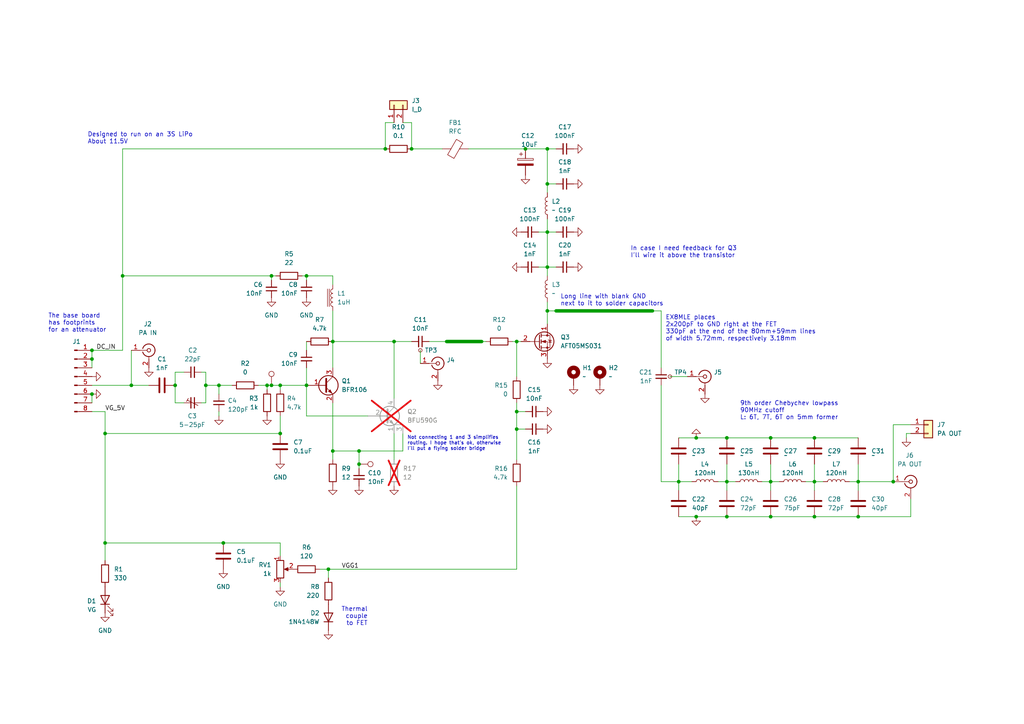
<source format=kicad_sch>
(kicad_sch (version 20230121) (generator eeschema)
  (paper "A4")
  (title_block (title "DART-70 PA") (date "2024-01-23") (rev "0") (company "HB9EGM") (comment 1 "With AFT05MS031N") (comment 2 "Inspired by EX8MLE's design for RFzero"))
  (lib_symbols
    (symbol "Connector:Conn_01x08_Pin" (pin_names (offset 1.016) hide)
      (property "Reference" "J" (at 0 10.16 0))
      (property "Value" "Conn_01x08_Pin" (at 0 -12.7 0))
      (symbol "Conn_01x08_Pin_1_1"
        (polyline (pts (xy 1.27 -10.16) (xy 0.8636 -10.16)) (stroke (width 0.1524)))
        (polyline (pts (xy 1.27 -7.62) (xy 0.8636 -7.62)) (stroke (width 0.1524)))
        (polyline (pts (xy 1.27 -5.08) (xy 0.8636 -5.08)) (stroke (width 0.1524)))
        (polyline (pts (xy 1.27 -2.54) (xy 0.8636 -2.54)) (stroke (width 0.1524)))
        (polyline (pts (xy 1.27 0) (xy 0.8636 0)) (stroke (width 0.1524)))
        (polyline (pts (xy 1.27 2.54) (xy 0.8636 2.54)) (stroke (width 0.1524)))
        (polyline (pts (xy 1.27 5.08) (xy 0.8636 5.08)) (stroke (width 0.1524)))
        (polyline (pts (xy 1.27 7.62) (xy 0.8636 7.62)) (stroke (width 0.1524)))
        (rectangle (start 0.8636 -10.033) (end 0 -10.287) (stroke (width 0.1524)) (fill (type outline)))
        (rectangle (start 0.8636 -7.493) (end 0 -7.747) (stroke (width 0.1524)) (fill (type outline)))
        (rectangle (start 0.8636 -4.953) (end 0 -5.207) (stroke (width 0.1524)) (fill (type outline)))
        (rectangle (start 0.8636 -2.413) (end 0 -2.667) (stroke (width 0.1524)) (fill (type outline)))
        (rectangle (start 0.8636 0.127) (end 0 -0.127) (stroke (width 0.1524)) (fill (type outline)))
        (rectangle (start 0.8636 2.667) (end 0 2.413) (stroke (width 0.1524)) (fill (type outline)))
        (rectangle (start 0.8636 5.207) (end 0 4.953) (stroke (width 0.1524)) (fill (type outline)))
        (rectangle (start 0.8636 7.747) (end 0 7.493) (stroke (width 0.1524)) (fill (type outline)))
        (pin passive line (at 5.08 7.62 180) (length 3.81) (name "Pin_1") (number "1"))
        (pin passive line (at 5.08 5.08 180) (length 3.81) (name "Pin_2") (number "2"))
        (pin passive line (at 5.08 2.54 180) (length 3.81) (name "Pin_3") (number "3"))
        (pin passive line (at 5.08 0 180) (length 3.81) (name "Pin_4") (number "4"))
        (pin passive line (at 5.08 -2.54 180) (length 3.81) (name "Pin_5") (number "5"))
        (pin passive line (at 5.08 -5.08 180) (length 3.81) (name "Pin_6") (number "6"))
        (pin passive line (at 5.08 -7.62 180) (length 3.81) (name "Pin_7") (number "7"))
        (pin passive line (at 5.08 -10.16 180) (length 3.81) (name "Pin_8") (number "8"))
      )
    )
    (symbol "Connector:Conn_Coaxial" (pin_names (offset 1.016) hide)
      (property "Reference" "J" (at 0.254 3.048 0))
      (property "Value" "Conn_Coaxial" (at 2.921 0 90))
      (symbol "Conn_Coaxial_0_1"
        (arc (start -1.778 -0.508) (mid 0.222 -1.808) (end 1.778 0) (stroke (width 0.254)))
        (polyline (pts (xy -2.54 0) (xy -0.508 0)))
        (polyline (pts (xy 0 -2.54) (xy 0 -1.778)))
        (circle (center 0 0) (radius 0.508) (stroke (width 0.2032)))
        (arc (start 1.778 0) (mid 0.2221 1.8083) (end -1.778 0.508) (stroke (width 0.254)))
      )
      (symbol "Conn_Coaxial_1_1"
        (pin passive line (at -5.08 0 0) (length 2.54) (name "In") (number "1"))
        (pin passive line (at 0 -5.08 90) (length 2.54) (name "Ext") (number "2"))
      )
    )
    (symbol "Connector:TestPoint" (pin_numbers hide) (pin_names (offset 0.762) hide)
      (property "Reference" "TP" (at 0 6.858 0))
      (property "Value" "TestPoint" (at 0 5.08 0))
      (symbol "TestPoint_0_1"
        (circle (center 0 3.302) (radius 0.762))
      )
      (symbol "TestPoint_1_1"
        (pin passive line (at 0 0 90) (length 2.54) (name "1") (number "1"))
      )
    )
    (symbol "Connector:TestPoint_Small" (pin_numbers hide) (pin_names (offset 0.762) hide)
      (property "Reference" "TP" (at 0 3.81 0))
      (property "Value" "TestPoint_Small" (at 0 2.032 0))
      (symbol "TestPoint_Small_0_1"
        (circle (center 0 0) (radius 0.508))
      )
      (symbol "TestPoint_Small_1_1"
        (pin passive line (at 0 0 90) (length 0) (name "1") (number "1"))
      )
    )
    (symbol "Connector_Generic:Conn_01x02" (pin_names (offset 1.016) hide)
      (property "Reference" "J" (at 0 2.54 0))
      (property "Value" "Conn_01x02" (at 0 -5.08 0))
      (symbol "Conn_01x02_1_1"
        (rectangle (start -1.27 -2.413) (end 0 -2.667) (stroke (width 0.1524)))
        (rectangle (start -1.27 0.127) (end 0 -0.127) (stroke (width 0.1524)))
        (rectangle (start -1.27 1.27) (end 1.27 -3.81) (stroke (width 0.254)) (fill (type background)))
        (pin passive line (at -5.08 0 0) (length 3.81) (name "Pin_1") (number "1"))
        (pin passive line (at -5.08 -2.54 0) (length 3.81) (name "Pin_2") (number "2"))
      )
    )
    (symbol "Device:C" (pin_numbers hide) (pin_names (offset 0.254))
      (property "Reference" "C" (at 0.635 2.54 0))
      (property "Value" "C" (at 0.635 -2.54 0))
      (symbol "C_0_1"
        (polyline (pts (xy -2.032 -0.762) (xy 2.032 -0.762)) (stroke (width 0.508)))
        (polyline (pts (xy -2.032 0.762) (xy 2.032 0.762)) (stroke (width 0.508)))
      )
      (symbol "C_1_1"
        (pin passive line (at 0 3.81 270) (length 2.794) (name "~") (number "1"))
        (pin passive line (at 0 -3.81 90) (length 2.794) (name "~") (number "2"))
      )
    )
    (symbol "Device:C_Polarized" (pin_numbers hide) (pin_names (offset 0.254))
      (property "Reference" "C" (at 0.635 2.54 0))
      (property "Value" "C_Polarized" (at 0.635 -2.54 0))
      (symbol "C_Polarized_0_1"
        (rectangle (start -2.286 0.508) (end 2.286 1.016))
        (polyline (pts (xy -1.778 2.286) (xy -0.762 2.286)))
        (polyline (pts (xy -1.27 2.794) (xy -1.27 1.778)))
        (rectangle (start 2.286 -0.508) (end -2.286 -1.016) (fill (type outline)))
      )
      (symbol "C_Polarized_1_1"
        (pin passive line (at 0 3.81 270) (length 2.794) (name "~") (number "1"))
        (pin passive line (at 0 -3.81 90) (length 2.794) (name "~") (number "2"))
      )
    )
    (symbol "Device:C_Small" (pin_numbers hide) (pin_names (offset 0.254) hide)
      (property "Reference" "C" (at 0.254 1.778 0))
      (property "Value" "C_Small" (at 0.254 -2.032 0))
      (symbol "C_Small_0_1"
        (polyline (pts (xy -1.524 -0.508) (xy 1.524 -0.508)) (stroke (width 0.3302)))
        (polyline (pts (xy -1.524 0.508) (xy 1.524 0.508)) (stroke (width 0.3048)))
      )
      (symbol "C_Small_1_1"
        (pin passive line (at 0 2.54 270) (length 2.032) (name "~") (number "1"))
        (pin passive line (at 0 -2.54 90) (length 2.032) (name "~") (number "2"))
      )
    )
    (symbol "Device:C_Trim_Small" (pin_numbers hide) (pin_names (offset 0.254) hide)
      (property "Reference" "C" (at 1.524 -2.032 0))
      (property "Value" "C_Trim_Small" (at 3.048 -3.556 0))
      (symbol "C_Trim_Small_0_1"
        (polyline (pts (xy -1.524 -0.508) (xy 1.524 -0.508)) (stroke (width 0.3048)))
        (polyline (pts (xy -1.524 0.508) (xy 1.524 0.508)) (stroke (width 0.3048)))
        (polyline (pts (xy 0.762 1.524) (xy -0.762 -1.524)) (stroke (width 0.1778)))
        (polyline (pts (xy 1.27 1.27) (xy 0.381 1.778)) (stroke (width 0.1778)))
      )
      (symbol "C_Trim_Small_1_1"
        (pin passive line (at 0 2.54 270) (length 2.032) (name "~") (number "1"))
        (pin passive line (at 0 -2.54 90) (length 2.032) (name "~") (number "2"))
      )
    )
    (symbol "Device:FerriteBead" (pin_numbers hide) (pin_names (offset 0))
      (property "Reference" "FB" (at -3.81 0.635 90))
      (property "Value" "FerriteBead" (at 3.81 0 90))
      (symbol "FerriteBead_0_1"
        (polyline (pts (xy 0 -1.27) (xy 0 -1.2192)))
        (polyline (pts (xy 0 1.27) (xy 0 1.2954)))
        (polyline (pts (xy -2.7686 0.4064) (xy -1.7018 2.2606) (xy 2.7686 -0.3048) (xy 1.6764 -2.159) (xy -2.7686 0.4064)))
      )
      (symbol "FerriteBead_1_1"
        (pin passive line (at 0 3.81 270) (length 2.54) (name "~") (number "1"))
        (pin passive line (at 0 -3.81 90) (length 2.54) (name "~") (number "2"))
      )
    )
    (symbol "Device:L" (pin_numbers hide) (pin_names (offset 1.016) hide)
      (property "Reference" "L" (at -1.27 0 90))
      (property "Value" "L" (at 1.905 0 90))
      (symbol "L_0_1"
        (arc (start 0 -2.54) (mid 0.6323 -1.905) (end 0 -1.27))
        (arc (start 0 -1.27) (mid 0.6323 -0.635) (end 0 0))
        (arc (start 0 0) (mid 0.6323 0.635) (end 0 1.27))
        (arc (start 0 1.27) (mid 0.6323 1.905) (end 0 2.54))
      )
      (symbol "L_1_1"
        (pin passive line (at 0 3.81 270) (length 1.27) (name "1") (number "1"))
        (pin passive line (at 0 -3.81 90) (length 1.27) (name "2") (number "2"))
      )
    )
    (symbol "Device:LED" (pin_numbers hide) (pin_names (offset 1.016) hide)
      (property "Reference" "D" (at 0 2.54 0))
      (property "Value" "LED" (at 0 -2.54 0))
      (symbol "LED_0_1"
        (polyline (pts (xy -1.27 -1.27) (xy -1.27 1.27)) (stroke (width 0.254)))
        (polyline (pts (xy -1.27 0) (xy 1.27 0)))
        (polyline (pts (xy 1.27 -1.27) (xy 1.27 1.27) (xy -1.27 0) (xy 1.27 -1.27)) (stroke (width 0.254)))
        (polyline (pts (xy -3.048 -0.762) (xy -4.572 -2.286) (xy -3.81 -2.286) (xy -4.572 -2.286) (xy -4.572 -1.524)))
        (polyline (pts (xy -1.778 -0.762) (xy -3.302 -2.286) (xy -2.54 -2.286) (xy -3.302 -2.286) (xy -3.302 -1.524)))
      )
      (symbol "LED_1_1"
        (pin passive line (at -3.81 0 0) (length 2.54) (name "K") (number "1"))
        (pin passive line (at 3.81 0 180) (length 2.54) (name "A") (number "2"))
      )
    )
    (symbol "Device:L_Iron" (pin_numbers hide) (pin_names (offset 1.016) hide)
      (property "Reference" "L" (at -1.27 0 90))
      (property "Value" "L_Iron" (at 2.794 0 90))
      (symbol "L_Iron_0_1"
        (arc (start 0 -2.54) (mid 0.6323 -1.905) (end 0 -1.27))
        (arc (start 0 -1.27) (mid 0.6323 -0.635) (end 0 0))
        (polyline (pts (xy 1.016 2.54) (xy 1.016 -2.54)))
        (polyline (pts (xy 1.524 -2.54) (xy 1.524 2.54)))
        (arc (start 0 0) (mid 0.6323 0.635) (end 0 1.27))
        (arc (start 0 1.27) (mid 0.6323 1.905) (end 0 2.54))
      )
      (symbol "L_Iron_1_1"
        (pin passive line (at 0 3.81 270) (length 1.27) (name "1") (number "1"))
        (pin passive line (at 0 -3.81 90) (length 1.27) (name "2") (number "2"))
      )
    )
    (symbol "Device:Q_NMOS_DGS" (pin_names (offset 0) hide)
      (property "Reference" "Q" (at 5.08 1.27 0))
      (property "Value" "Q_NMOS_DGS" (at 5.08 -1.27 0))
      (symbol "Q_NMOS_DGS_0_1"
        (polyline (pts (xy 0.254 0) (xy -2.54 0)))
        (polyline (pts (xy 0.254 1.905) (xy 0.254 -1.905)) (stroke (width 0.254)))
        (polyline (pts (xy 0.762 -1.27) (xy 0.762 -2.286)) (stroke (width 0.254)))
        (polyline (pts (xy 0.762 0.508) (xy 0.762 -0.508)) (stroke (width 0.254)))
        (polyline (pts (xy 0.762 2.286) (xy 0.762 1.27)) (stroke (width 0.254)))
        (polyline (pts (xy 2.54 2.54) (xy 2.54 1.778)))
        (polyline (pts (xy 2.54 -2.54) (xy 2.54 0) (xy 0.762 0)))
        (polyline (pts (xy 0.762 -1.778) (xy 3.302 -1.778) (xy 3.302 1.778) (xy 0.762 1.778)))
        (polyline (pts (xy 1.016 0) (xy 2.032 0.381) (xy 2.032 -0.381) (xy 1.016 0)) (fill (type outline)))
        (polyline (pts (xy 2.794 0.508) (xy 2.921 0.381) (xy 3.683 0.381) (xy 3.81 0.254)))
        (polyline (pts (xy 3.302 0.381) (xy 2.921 -0.254) (xy 3.683 -0.254) (xy 3.302 0.381)))
        (circle (center 1.651 0) (radius 2.794) (stroke (width 0.254)))
        (circle (center 2.54 -1.778) (radius 0.254) (fill (type outline)))
        (circle (center 2.54 1.778) (radius 0.254) (fill (type outline)))
      )
      (symbol "Q_NMOS_DGS_1_1"
        (pin passive line (at 2.54 5.08 270) (length 2.54) (name "D") (number "1"))
        (pin input line (at -5.08 0 0) (length 2.54) (name "G") (number "2"))
        (pin passive line (at 2.54 -5.08 90) (length 2.54) (name "S") (number "3"))
      )
    )
    (symbol "Device:R" (pin_numbers hide) (pin_names (offset 0))
      (property "Reference" "R" (at 2.032 0 90))
      (property "Value" "R" (at 0 0 90))
      (symbol "R_0_1"
        (rectangle (start -1.016 -2.54) (end 1.016 2.54) (stroke (width 0.254)))
      )
      (symbol "R_1_1"
        (pin passive line (at 0 3.81 270) (length 1.27) (name "~") (number "1"))
        (pin passive line (at 0 -3.81 90) (length 1.27) (name "~") (number "2"))
      )
    )
    (symbol "Device:R_Potentiometer" (pin_names (offset 1.016) hide)
      (property "Reference" "RV" (at -4.445 0 90))
      (property "Value" "R_Potentiometer" (at -2.54 0 90))
      (symbol "R_Potentiometer_0_1"
        (polyline (pts (xy 2.54 0) (xy 1.524 0)))
        (polyline (pts (xy 1.143 0) (xy 2.286 0.508) (xy 2.286 -0.508) (xy 1.143 0)) (fill (type outline)))
        (rectangle (start 1.016 2.54) (end -1.016 -2.54) (stroke (width 0.254)))
      )
      (symbol "R_Potentiometer_1_1"
        (pin passive line (at 0 3.81 270) (length 1.27) (name "1") (number "1"))
        (pin passive line (at 3.81 0 180) (length 1.27) (name "2") (number "2"))
        (pin passive line (at 0 -3.81 90) (length 1.27) (name "3") (number "3"))
      )
    )
    (symbol "Diode:1N4148W" (pin_numbers hide) (pin_names hide)
      (property "Reference" "D" (at 0 2.54 0))
      (property "Value" "1N4148W" (at 0 -2.54 0))
      (symbol "1N4148W_0_1"
        (polyline (pts (xy -1.27 1.27) (xy -1.27 -1.27)) (stroke (width 0.254)))
        (polyline (pts (xy 1.27 0) (xy -1.27 0)))
        (polyline (pts (xy 1.27 1.27) (xy 1.27 -1.27) (xy -1.27 0) (xy 1.27 1.27)) (stroke (width 0.254)))
      )
      (symbol "1N4148W_1_1"
        (pin passive line (at -3.81 0 0) (length 2.54) (name "K") (number "1"))
        (pin passive line (at 3.81 0 180) (length 2.54) (name "A") (number "2"))
      )
    )
    (symbol "Mechanical:MountingHole_Pad" (pin_numbers hide) (pin_names (offset 1.016) hide)
      (property "Reference" "H" (at 0 6.35 0))
      (property "Value" "MountingHole_Pad" (at 0 4.445 0))
      (symbol "MountingHole_Pad_0_1"
        (circle (center 0 1.27) (radius 1.27) (stroke (width 1.27)))
      )
      (symbol "MountingHole_Pad_1_1"
        (pin input line (at 0 -2.54 90) (length 2.54) (name "1") (number "1"))
      )
    )
    (symbol "Transistor_BJT:MMBT3904" (pin_names (offset 0) hide)
      (property "Reference" "Q" (at 5.08 1.905 0))
      (property "Value" "MMBT3904" (at 5.08 0 0))
      (symbol "MMBT3904_0_1"
        (polyline (pts (xy 0.635 0.635) (xy 2.54 2.54)))
        (polyline (pts (xy 0.635 -0.635) (xy 2.54 -2.54) (xy 2.54 -2.54)))
        (polyline (pts (xy 0.635 1.905) (xy 0.635 -1.905) (xy 0.635 -1.905)) (stroke (width 0.508)))
        (polyline (pts (xy 1.27 -1.778) (xy 1.778 -1.27) (xy 2.286 -2.286) (xy 1.27 -1.778) (xy 1.27 -1.778)) (fill (type outline)))
        (circle (center 1.27 0) (radius 2.8194) (stroke (width 0.254)))
      )
      (symbol "MMBT3904_1_1"
        (pin input line (at -5.08 0 0) (length 5.715) (name "B") (number "1"))
        (pin passive line (at 2.54 -5.08 90) (length 2.54) (name "E") (number "2"))
        (pin passive line (at 2.54 5.08 270) (length 2.54) (name "C") (number "3"))
      )
    )
    (symbol "mpb:BFU590G" (pin_names (offset 0) hide)
      (property "Reference" "Q" (at 5.08 1.27 0))
      (property "Value" "BFU590G" (at 5.08 -1.27 0))
      (symbol "BFU590G_0_1"
        (polyline (pts (xy 0.635 0.635) (xy 2.54 2.54)))
        (polyline (pts (xy 2.54 -2.54) (xy 5.08 -2.54)))
        (polyline (pts (xy 0.635 -0.635) (xy 2.54 -2.54) (xy 2.54 -2.54)))
        (polyline (pts (xy 0.635 1.905) (xy 0.635 -1.905) (xy 0.635 -1.905)) (stroke (width 0.508)))
        (polyline (pts (xy 1.27 -1.778) (xy 1.778 -1.27) (xy 2.286 -2.286) (xy 1.27 -1.778) (xy 1.27 -1.778)) (fill (type outline)))
        (circle (center 1.27 0) (radius 2.8194) (stroke (width 0.254)))
      )
      (symbol "BFU590G_1_1"
        (pin passive line (at 2.54 -5.08 90) (length 2.54) (name "E") (number "1"))
        (pin input line (at -5.08 0 0) (length 5.715) (name "B") (number "2"))
        (pin passive line (at 5.08 -5.08 90) (length 2.54) (name "C") (number "3"))
        (pin passive line (at 2.54 5.08 270) (length 2.54) (name "C") (number "4"))
      )
    )
    (symbol "power:GND" (power) (pin_names (offset 0))
      (property "Value" "GND" (at 0 -3.81 0))
      (symbol "GND_0_1"
        (polyline (pts (xy 0 0) (xy 0 -1.27) (xy 1.27 -1.27) (xy 0 -2.54) (xy -1.27 -1.27) (xy 0 -1.27)))
      )
      (symbol "GND_1_1"
        (pin power_in line (at 0 0 270) (length 0) hide (name "GND") (number "1"))
      )
    )
  )
  (junction (at 259.08 139.7))
  (junction (at 248.92 139.7))
  (junction (at 77.47 111.76))
  (junction (at 104.14 134.62))
  (junction (at 152.4 43.18))
  (junction (at 223.52 127))
  (junction (at 30.48 125.73))
  (junction (at 26.67 104.14))
  (junction (at 119.38 43.18))
  (junction (at 95.25 165.1))
  (junction (at 81.28 125.73))
  (junction (at 26.67 114.3))
  (junction (at 35.56 80.01))
  (junction (at 149.86 99.06))
  (junction (at 64.77 157.48))
  (junction (at 26.67 101.6))
  (junction (at 88.9 80.01))
  (junction (at 196.85 139.7))
  (junction (at 236.22 149.86))
  (junction (at 30.48 157.48))
  (junction (at 158.75 67.31))
  (junction (at 223.52 149.86))
  (junction (at 78.74 111.76))
  (junction (at 114.3 99.06))
  (junction (at 50.8 111.76))
  (junction (at 96.52 130.81))
  (junction (at 88.9 111.76))
  (junction (at 158.75 90.17))
  (junction (at 236.22 139.7))
  (junction (at 149.86 119.38))
  (junction (at 59.69 111.76))
  (junction (at 96.52 99.06))
  (junction (at 81.28 111.76))
  (junction (at 158.75 43.18))
  (junction (at 201.93 149.86))
  (junction (at 158.75 53.34))
  (junction (at 210.82 127))
  (junction (at 223.52 139.7))
  (junction (at 38.1 111.76))
  (junction (at 63.5 111.76))
  (junction (at 149.86 124.46))
  (junction (at 236.22 127))
  (junction (at 210.82 139.7))
  (junction (at 78.74 80.01))
  (junction (at 111.76 43.18))
  (junction (at 104.14 130.81))
  (junction (at 158.75 77.47))
  (junction (at 201.93 127))
  (junction (at 210.82 149.86))
  (junction (at 248.92 149.86))
  (wire (pts (xy 208.28 139.7) (xy 210.82 139.7)))
  (wire (pts (xy 78.74 111.76) (xy 81.28 111.76)))
  (wire (pts (xy 114.3 99.06) (xy 119.38 99.06)))
  (wire (pts (xy 223.52 134.62) (xy 223.52 139.7)))
  (wire (pts (xy 87.63 80.01) (xy 88.9 80.01)))
  (wire (pts (xy 201.93 149.86) (xy 210.82 149.86)))
  (wire (pts (xy 149.86 99.06) (xy 151.13 99.06)))
  (wire (pts (xy 59.69 111.76) (xy 59.69 116.84)))
  (wire (pts (xy 26.67 114.3) (xy 26.67 116.84)))
  (wire (pts (xy 262.89 127) (xy 262.89 125.73)))
  (wire (pts (xy 210.82 134.62) (xy 210.82 139.7)))
  (wire (pts (xy 259.08 139.7) (xy 259.08 123.19)))
  (wire (pts (xy 81.28 120.65) (xy 81.28 125.73)))
  (wire (pts (xy 35.56 43.18) (xy 35.56 80.01)))
  (wire (pts (xy 35.56 80.01) (xy 78.74 80.01)))
  (wire (pts (xy 248.92 142.24) (xy 248.92 139.7)))
  (wire (pts (xy 88.9 106.68) (xy 88.9 111.76)))
  (wire (pts (xy 161.29 67.31) (xy 158.75 67.31)))
  (wire (pts (xy 158.75 90.17) (xy 161.29 90.17)))
  (wire (pts (xy 111.76 43.18) (xy 111.76 35.56)))
  (wire (pts (xy 77.47 111.76) (xy 77.47 113.03)))
  (wire (pts (xy 111.76 35.56) (xy 114.3 35.56)))
  (wire (pts (xy 30.48 125.73) (xy 30.48 157.48)))
  (wire (pts (xy 259.08 123.19) (xy 264.16 123.19)))
  (wire (pts (xy 149.86 165.1) (xy 149.86 140.97)))
  (wire (pts (xy 114.3 125.73) (xy 114.3 133.35)))
  (wire (pts (xy 264.16 149.86) (xy 264.16 144.78)))
  (wire (pts (xy 191.77 106.68) (xy 191.77 90.17)))
  (wire (pts (xy 30.48 119.38) (xy 30.48 125.73)))
  (wire (pts (xy 196.85 134.62) (xy 196.85 139.7)))
  (wire (pts (xy 210.82 127) (xy 223.52 127)))
  (wire (pts (xy 236.22 149.86) (xy 248.92 149.86)))
  (wire (pts (xy 149.86 99.06) (xy 149.86 109.22)))
  (wire (pts (xy 149.86 133.35) (xy 149.86 124.46)))
  (wire (pts (xy 246.38 139.7) (xy 248.92 139.7)))
  (wire (pts (xy 88.9 120.65) (xy 106.68 120.65)))
  (wire (pts (xy 26.67 101.6) (xy 35.56 101.6)))
  (wire (pts (xy 30.48 157.48) (xy 64.77 157.48)))
  (wire (pts (xy 148.59 99.06) (xy 149.86 99.06)))
  (wire (pts (xy 191.77 139.7) (xy 196.85 139.7)))
  (wire (pts (xy 119.38 35.56) (xy 119.38 43.18)))
  (wire (pts (xy 30.48 125.73) (xy 81.28 125.73)))
  (wire (pts (xy 236.22 134.62) (xy 236.22 139.7)))
  (wire (pts (xy 158.75 53.34) (xy 158.75 55.88)))
  (wire (pts (xy 96.52 99.06) (xy 96.52 106.68)))
  (wire (pts (xy 78.74 80.01) (xy 80.01 80.01)))
  (wire (pts (xy 81.28 161.29) (xy 81.28 157.48)))
  (wire (pts (xy 35.56 43.18) (xy 111.76 43.18)))
  (wire (pts (xy 58.42 107.95) (xy 59.69 107.95)))
  (wire (pts (xy 158.75 43.18) (xy 161.29 43.18)))
  (wire (pts (xy 26.67 101.6) (xy 26.67 104.14)))
  (wire (pts (xy 149.86 119.38) (xy 149.86 124.46)))
  (wire (pts (xy 88.9 120.65) (xy 88.9 111.76)))
  (wire (pts (xy 156.21 77.47) (xy 158.75 77.47)))
  (wire (pts (xy 149.86 124.46) (xy 152.4 124.46)))
  (wire (pts (xy 248.92 134.62) (xy 248.92 139.7)))
  (wire (pts (xy 201.93 127) (xy 210.82 127)))
  (wire (pts (xy 233.68 139.7) (xy 236.22 139.7)))
  (wire (pts (xy 158.75 43.18) (xy 158.75 53.34)))
  (wire (pts (xy 53.34 107.95) (xy 50.8 107.95)))
  (wire (pts (xy 104.14 130.81) (xy 116.84 130.81)))
  (wire (pts (xy 223.52 149.86) (xy 236.22 149.86)))
  (wire (pts (xy 158.75 53.34) (xy 161.29 53.34)))
  (wire (pts (xy 248.92 139.7) (xy 259.08 139.7)))
  (wire (pts (xy 88.9 81.28) (xy 88.9 80.01)))
  (wire (pts (xy 223.52 127) (xy 236.22 127)))
  (wire (pts (xy 26.67 111.76) (xy 38.1 111.76)))
  (wire (pts (xy 77.47 111.76) (xy 78.74 111.76)))
  (wire (pts (xy 121.92 101.6) (xy 121.92 105.41)))
  (wire (pts (xy 114.3 99.06) (xy 114.3 115.57)))
  (wire (pts (xy 38.1 111.76) (xy 43.18 111.76)))
  (wire (pts (xy 158.75 67.31) (xy 158.75 77.47)))
  (wire (pts (xy 116.84 35.56) (xy 119.38 35.56)))
  (wire (pts (xy 96.52 130.81) (xy 96.52 116.84)))
  (wire (pts (xy 196.85 139.7) (xy 200.66 139.7)))
  (wire (pts (xy 139.7 99.06) (xy 140.97 99.06)))
  (wire (pts (xy 248.92 149.86) (xy 264.16 149.86)))
  (wire (pts (xy 30.48 157.48) (xy 30.48 162.56)))
  (wire (pts (xy 223.52 139.7) (xy 226.06 139.7)))
  (wire (pts (xy 96.52 90.17) (xy 96.52 99.06)))
  (wire (pts (xy 74.93 111.76) (xy 77.47 111.76)))
  (wire (pts (xy 26.67 104.14) (xy 26.67 106.68)))
  (wire (pts (xy 236.22 142.24) (xy 236.22 139.7)))
  (wire (pts (xy 104.14 130.81) (xy 104.14 134.62)))
  (wire (pts (xy 35.56 101.6) (xy 35.56 80.01)))
  (wire (pts (xy 124.46 99.06) (xy 129.54 99.06)))
  (wire (pts (xy 158.75 77.47) (xy 158.75 80.01)))
  (wire (pts (xy 104.14 130.81) (xy 96.52 130.81)))
  (wire (pts (xy 210.82 139.7) (xy 213.36 139.7)))
  (wire (pts (xy 38.1 101.6) (xy 38.1 111.76)))
  (wire (pts (xy 81.28 111.76) (xy 81.28 113.03)))
  (wire (pts (xy 50.8 107.95) (xy 50.8 111.76)))
  (wire (pts (xy 59.69 107.95) (xy 59.69 111.76)))
  (wire (pts (xy 189.23 90.17) (xy 191.77 90.17)))
  (wire (pts (xy 223.52 142.24) (xy 223.52 139.7)))
  (wire (pts (xy 196.85 149.86) (xy 201.93 149.86)))
  (wire (pts (xy 78.74 81.28) (xy 78.74 80.01)))
  (wire (pts (xy 129.54 99.06) (xy 139.7 99.06)) (stroke (width 1)))
  (wire (pts (xy 88.9 80.01) (xy 96.52 80.01)))
  (wire (pts (xy 50.8 116.84) (xy 50.8 111.76)))
  (wire (pts (xy 158.75 63.5) (xy 158.75 67.31)))
  (wire (pts (xy 135.89 43.18) (xy 152.4 43.18)))
  (wire (pts (xy 196.85 142.24) (xy 196.85 139.7)))
  (wire (pts (xy 104.14 135.89) (xy 104.14 134.62)))
  (wire (pts (xy 53.34 116.84) (xy 50.8 116.84)))
  (wire (pts (xy 63.5 111.76) (xy 67.31 111.76)))
  (wire (pts (xy 149.86 119.38) (xy 152.4 119.38)))
  (wire (pts (xy 95.25 165.1) (xy 149.86 165.1)))
  (wire (pts (xy 149.86 116.84) (xy 149.86 119.38)))
  (wire (pts (xy 96.52 130.81) (xy 96.52 133.35)))
  (wire (pts (xy 152.4 43.18) (xy 158.75 43.18)))
  (wire (pts (xy 119.38 43.18) (xy 128.27 43.18)))
  (wire (pts (xy 196.85 127) (xy 201.93 127)))
  (wire (pts (xy 95.25 167.64) (xy 95.25 165.1)))
  (wire (pts (xy 81.28 111.76) (xy 88.9 111.76)))
  (wire (pts (xy 161.29 90.17) (xy 189.23 90.17)) (stroke (width 1)))
  (wire (pts (xy 156.21 67.31) (xy 158.75 67.31)))
  (wire (pts (xy 262.89 125.73) (xy 264.16 125.73)))
  (wire (pts (xy 88.9 99.06) (xy 88.9 101.6)))
  (wire (pts (xy 236.22 127) (xy 248.92 127)))
  (wire (pts (xy 63.5 119.38) (xy 63.5 120.65)))
  (wire (pts (xy 96.52 99.06) (xy 114.3 99.06)))
  (wire (pts (xy 161.29 77.47) (xy 158.75 77.47)))
  (wire (pts (xy 116.84 130.81) (xy 116.84 125.73)))
  (wire (pts (xy 158.75 90.17) (xy 158.75 93.98)))
  (wire (pts (xy 81.28 157.48) (xy 64.77 157.48)))
  (wire (pts (xy 210.82 142.24) (xy 210.82 139.7)))
  (wire (pts (xy 236.22 139.7) (xy 238.76 139.7)))
  (wire (pts (xy 59.69 116.84) (xy 58.42 116.84)))
  (wire (pts (xy 81.28 170.18) (xy 81.28 168.91)))
  (wire (pts (xy 96.52 80.01) (xy 96.52 82.55)))
  (wire (pts (xy 158.75 87.63) (xy 158.75 90.17)))
  (wire (pts (xy 59.69 111.76) (xy 63.5 111.76)))
  (wire (pts (xy 63.5 111.76) (xy 63.5 114.3)))
  (wire (pts (xy 220.98 139.7) (xy 223.52 139.7)))
  (wire (pts (xy 191.77 111.76) (xy 191.77 139.7)))
  (wire (pts (xy 30.48 119.38) (xy 26.67 119.38)))
  (wire (pts (xy 210.82 149.86) (xy 223.52 149.86)))
  (wire (pts (xy 95.25 165.1) (xy 92.71 165.1)))
  (wire (pts (xy 199.39 109.22) (xy 194.31 109.22)))
  (text "EX8MLE places\n2x200pF to GND right at the FET\n330pF at the end of the 80mm+59mm lines\nof width 5.72mm, respectively 3.18mm" (at 193.04 99.06 0) (effects (font (size 1.27 1.27)) (justify left bottom)))
  (text "Designed to run on an 3S LiPo\nAbout 11.5V" (at 25.4 41.91 0) (effects (font (size 1.27 1.27)) (justify left bottom)))
  (text "The base board\nhas footprints\nfor an attenuator" (at 13.97 96.52 0) (effects (font (size 1.27 1.27)) (justify left bottom)))
  (text "Not connecting 1 and 3 simplifies\nrouting. I hope that's ok, otherwise\nI'll put a flying solder bridge" (at 118.11 130.81 0) (effects (font (size 1 1)) (justify left bottom)))
  (text "Long line with blank GND\nnext to it to solder capacitors" (at 162.56 88.9 0) (effects (font (size 1.27 1.27)) (justify left bottom)))
  (text "Thermal\ncouple\nto FET" (at 106.68 181.61 0) (effects (font (size 1.27 1.27)) (justify right bottom)))
  (text "9th order Chebychev lowpass\n90MHz cutoff\nL: 6T, 7T, 6T on 5mm former" (at 214.63 121.92 0) (effects (font (size 1.27 1.27)) (justify left bottom)))
  (text "In case I need feedback for Q3\nI'll wire it above the transistor" (at 182.88 74.93 0) (effects (font (size 1.27 1.27)) (justify left bottom)))
  (label "VGG1" (at 99.06 165.1 0))
  (label "VG_5V" (at 30.48 119.38 0))
  (label "DC_IN" (at 27.94 101.6 0))
  (symbol (lib_id "power:GND") (at 81.28 133.35 0) (unit 1)
    (property "Reference" "#PWR09" (effects hide))
    (property "Value" "GND" (at 81.28 138.43 0))
  )
  (symbol (lib_id "power:GND") (at 30.48 177.8 0) (unit 1)
    (property "Reference" "#PWR03" (effects hide))
    (property "Value" "GND" (at 30.48 182.88 0))
  )
  (symbol (lib_id "power:GND") (at 166.37 111.76 0) (unit 1)
    (property "Reference" "#PWR029" (effects hide))
    (property "Value" "GND" (effects hide))
  )
  (symbol (lib_id "power:GND") (at 127 110.49 0) (unit 1)
    (property "Reference" "#PWR015" (effects hide))
    (property "Value" "GND" (effects hide))
  )
  (symbol (lib_id "power:GND") (at 114.3 140.97 0) (unit 1)
    (property "Reference" "#PWR031" (effects hide))
    (property "Value" "GND" (effects hide))
  )
  (symbol (lib_id "Device:C") (at 236.22 130.81 0) (unit 1)
    (property "Reference" "C29" (at 240.03 130.81 0) (effects (justify left)))
    (property "Value" "~" (at 240.03 132.08 0) (effects (justify left)))
    (property "Footprint" "Capacitor_SMD:C_0805_2012Metric_Pad1.18x1.45mm_HandSolder" (effects hide))
    (property "Need_order" "0" (effects hide))
  )
  (symbol (lib_id "power:GND") (at 26.67 109.22 90) (unit 1)
    (property "Reference" "#PWR01" (effects hide))
    (property "Value" "GND" (effects hide))
  )
  (symbol (lib_id "Device:C_Small") (at 153.67 77.47 270) (unit 1)
    (property "Reference" "C14" (at 153.6636 71.12 90))
    (property "Value" "1nF" (at 153.6636 73.66 90))
    (property "Footprint" "Capacitor_SMD:C_0805_2012Metric_Pad1.18x1.45mm_HandSolder" (effects hide))
    (property "MPN" "885612007040/VJ0805A102GXXPW1BC" (effects hide))
    (property "Need_order" "0" (effects hide))
  )
  (symbol (lib_id "power:GND") (at 96.52 140.97 0) (unit 1)
    (property "Reference" "#PWR013" (effects hide))
    (property "Value" "GND" (effects hide))
  )
  (symbol (lib_id "Device:C_Small") (at 154.94 124.46 270) (unit 1)
    (property "Reference" "C16" (at 154.9336 128.27 90))
    (property "Value" "1nF" (at 154.9336 130.81 90))
    (property "Footprint" "Capacitor_SMD:C_0805_2012Metric_Pad1.18x1.45mm_HandSolder" (effects hide))
    (property "MPN" "885612007040/VJ0805A102GXXPW1BC" (effects hide))
    (property "Need_order" "0" (effects hide))
  )
  (symbol (lib_id "power:GND") (at 166.37 43.18 90) (unit 1)
    (property "Reference" "#PWR024" (effects hide))
    (property "Value" "GND" (effects hide))
  )
  (symbol (lib_id "Device:C_Small") (at 163.83 53.34 270) (unit 1)
    (property "Reference" "C18" (at 163.8236 46.99 90))
    (property "Value" "1nF" (at 163.8236 49.53 90))
    (property "Footprint" "Capacitor_SMD:C_0805_2012Metric_Pad1.18x1.45mm_HandSolder" (effects hide))
    (property "MPN" "885612007040/VJ0805A102GXXPW1BC" (effects hide))
    (property "Need_order" "0" (effects hide))
  )
  (symbol (lib_id "Connector:Conn_01x08_Pin") (at 21.59 109.22 0) (unit 1)
    (property "Reference" "J1" (at 22.225 99.06 0))
    (property "Value" "PA to base" (effects hide))
    (property "Footprint" "mpb:PinHeader_1x08_P2.54mm_Boardedge_SMD" (effects hide))
    (property "MPN" "SSW-108-01-G-S" (effects hide))
    (property "Need_order" "0" (effects hide))
  )
  (symbol (lib_id "Device:R") (at 114.3 137.16 0) (mirror y) (unit 1) (dnp yes)
    (property "Reference" "R17" (at 116.84 135.8899 0) (effects (justify right)))
    (property "Value" "12" (at 116.84 138.4299 0) (effects (justify right)))
    (property "Footprint" "Resistor_SMD:R_0603_1608Metric_Pad0.98x0.95mm_HandSolder" (effects hide))
    (property "Need_order" "0" (effects hide))
  )
  (symbol (lib_id "power:GND") (at 152.4 50.8 0) (unit 1)
    (property "Reference" "#PWR020" (effects hide))
    (property "Value" "GND" (effects hide))
  )
  (symbol (lib_id "Device:C_Small") (at 63.5 116.84 180) (unit 1)
    (property "Reference" "C4" (at 66.04 116.1986 0) (effects (justify right)))
    (property "Value" "120pF" (at 66.04 118.7386 0) (effects (justify right)))
    (property "Footprint" "Capacitor_SMD:C_0805_2012Metric_Pad1.18x1.45mm_HandSolder" (effects hide))
    (property "MPN" "VJ0805A121GXXPBC" (effects hide))
    (property "Need_order" "0" (effects hide))
  )
  (symbol (lib_id "power:GND") (at 81.28 170.18 0) (unit 1)
    (property "Reference" "#PWR010" (effects hide))
    (property "Value" "GND" (at 81.28 175.26 0))
  )
  (symbol (lib_id "power:GND") (at 166.37 53.34 90) (unit 1)
    (property "Reference" "#PWR025" (effects hide))
    (property "Value" "GND" (effects hide))
  )
  (symbol (lib_id "power:GND") (at 95.25 182.88 0) (mirror y) (unit 1)
    (property "Reference" "#PWR012" (effects hide))
    (property "Value" "GND" (effects hide))
  )
  (symbol (lib_id "Device:C_Small") (at 88.9 83.82 0) (mirror x) (unit 1)
    (property "Reference" "C8" (at 86.36 82.5435 0) (effects (justify right)))
    (property "Value" "10nF" (at 86.36 85.0835 0) (effects (justify right)))
    (property "Footprint" "Capacitor_SMD:C_0805_2012Metric_Pad1.18x1.45mm_HandSolder" (effects hide))
    (property "MPN" "VJ0805A103KXJTBC" (effects hide))
    (property "Need_order" "0" (effects hide))
  )
  (symbol (lib_id "Device:C_Trim_Small") (at 55.88 116.84 90) (unit 1)
    (property "Reference" "C3" (at 55.753 120.65 90))
    (property "Value" "5-25pF" (at 55.753 123.19 90))
    (property "Footprint" "mpb:C_Trimmer_Voltronics_JZ" (effects hide))
    (property "Datasheet" "/home/bram/Sync/Doc/Datasheet/J_Series_Trim-cap-Knowles.pdf" (effects hide))
    (property "MPN" "JZ-300" (effects hide))
    (property "Need_order" "0" (effects hide))
  )
  (symbol (lib_id "Device:R") (at 96.52 137.16 0) (mirror y) (unit 1)
    (property "Reference" "R9" (at 99.06 135.8899 0) (effects (justify right)))
    (property "Value" "12" (at 99.06 138.4299 0) (effects (justify right)))
    (property "Footprint" "Resistor_SMD:R_0603_1608Metric_Pad0.98x0.95mm_HandSolder" (effects hide))
    (property "Need_order" "0" (effects hide))
  )
  (symbol (lib_id "Connector:TestPoint") (at 78.74 111.76 0) (unit 1)
    (property "Reference" "TP1" (effects hide))
    (property "Value" "V_{B}" (effects hide))
    (property "Footprint" "TestPoint:TestPoint_Pad_D2.0mm" (effects hide))
    (property "Need_order" "0" (effects hide))
  )
  (symbol (lib_id "Device:C_Small") (at 121.92 99.06 270) (mirror x) (unit 1)
    (property "Reference" "C11" (at 121.9136 92.71 90))
    (property "Value" "10nF" (at 121.9136 95.25 90))
    (property "Footprint" "Capacitor_SMD:C_0805_2012Metric_Pad1.18x1.45mm_HandSolder" (effects hide))
    (property "MPN" "VJ0805A103KXJTBC" (effects hide))
    (property "Need_order" "0" (effects hide))
  )
  (symbol (lib_id "power:GND") (at 262.89 127 0) (unit 1)
    (property "Reference" "#PWR016" (effects hide))
    (property "Value" "GND" (effects hide))
  )
  (symbol (lib_id "Connector:Conn_Coaxial") (at 204.47 109.22 0) (unit 1)
    (property "Reference" "J5" (at 207.01 107.95 0) (effects (justify left)))
    (property "Value" "PA-Filter Interstage" (effects hide))
    (property "Footprint" "Connector_Coaxial:U.FL_Hirose_U.FL-R-SMT-1_Vertical" (effects hide))
    (property "Datasheet" " ~" (effects hide))
    (property "Need_order" "0" (effects hide))
  )
  (symbol (lib_id "Device:L") (at 158.75 83.82 180) (unit 1)
    (property "Reference" "L3" (at 160.02 82.55 0) (effects (justify right)))
    (property "Value" "~" (at 160.02 85.09 0) (effects (justify right)))
    (property "Footprint" "mpb:AirCoil-8mm-SMD" (effects hide))
    (property "Need_order" "0" (effects hide))
  )
  (symbol (lib_id "power:GND") (at 157.48 119.38 90) (unit 1)
    (property "Reference" "#PWR021" (effects hide))
    (property "Value" "GND" (effects hide))
  )
  (symbol (lib_id "power:GND") (at 63.5 120.65 0) (unit 1)
    (property "Reference" "#PWR05" (effects hide))
    (property "Value" "GND" (effects hide))
  )
  (symbol (lib_id "Device:C_Small") (at 78.74 83.82 0) (mirror x) (unit 1)
    (property "Reference" "C6" (at 76.2 82.5435 0) (effects (justify right)))
    (property "Value" "10nF" (at 76.2 85.0835 0) (effects (justify right)))
    (property "Footprint" "Capacitor_SMD:C_0805_2012Metric_Pad1.18x1.45mm_HandSolder" (effects hide))
    (property "MPN" "VJ0805A103KXJTBC" (effects hide))
    (property "Need_order" "0" (effects hide))
  )
  (symbol (lib_id "power:GND") (at 166.37 77.47 90) (unit 1)
    (property "Reference" "#PWR027" (effects hide))
    (property "Value" "GND" (effects hide))
  )
  (symbol (lib_id "Device:R") (at 77.47 116.84 0) (mirror y) (unit 1)
    (property "Reference" "R3" (at 74.93 115.57 0) (effects (justify left)))
    (property "Value" "1k" (at 74.93 118.11 0) (effects (justify left)))
    (property "Footprint" "Resistor_SMD:R_0603_1608Metric_Pad0.98x0.95mm_HandSolder" (effects hide))
    (property "Need_order" "0" (effects hide))
  )
  (symbol (lib_id "Connector_Generic:Conn_01x02") (at 114.3 30.48 90) (unit 1)
    (property "Reference" "J3" (at 119.38 29.2099 90) (effects (justify right)))
    (property "Value" "I_D" (at 119.38 31.7499 90) (effects (justify right)))
    (property "Footprint" "mpb:two_2mm_pads" (effects hide))
    (property "Need_order" "0" (effects hide))
  )
  (symbol (lib_id "Device:C_Small") (at 153.67 67.31 270) (unit 1)
    (property "Reference" "C13" (at 153.6636 60.96 90))
    (property "Value" "100nF" (at 153.6636 63.5 90))
    (property "Footprint" "Capacitor_SMD:C_0805_2012Metric_Pad1.18x1.45mm_HandSolder" (effects hide))
    (property "MPN" "GRM31C5C1H104JA01L" (effects hide))
    (property "Need_order" "0" (effects hide))
  )
  (symbol (lib_id "Device:C_Small") (at 191.77 109.22 0) (unit 1)
    (property "Reference" "C21" (at 189.23 107.9563 0) (effects (justify right)))
    (property "Value" "1nF" (at 189.23 110.4963 0) (effects (justify right)))
    (property "Footprint" "Capacitor_SMD:C_0805_2012Metric_Pad1.18x1.45mm_HandSolder" (effects hide))
    (property "MPN" "885612007040/VJ0805A102GXXPW1BC" (effects hide))
    (property "Need_order" "0" (effects hide))
  )
  (symbol (lib_id "Device:C") (at 236.22 146.05 0) (unit 1)
    (property "Reference" "C28" (at 240.03 144.78 0) (effects (justify left)))
    (property "Value" "72pF" (at 240.03 147.32 0) (effects (justify left)))
    (property "Footprint" "Capacitor_SMD:C_0805_2012Metric_Pad1.18x1.45mm_HandSolder" (effects hide))
    (property "Need_order" "0" (effects hide))
  )
  (symbol (lib_id "Device:R") (at 95.25 171.45 0) (mirror y) (unit 1)
    (property "Reference" "R8" (at 92.71 170.1799 0) (effects (justify left)))
    (property "Value" "220" (at 92.71 172.7199 0) (effects (justify left)))
    (property "Footprint" "Resistor_SMD:R_0603_1608Metric_Pad0.98x0.95mm_HandSolder" (effects hide))
    (property "Need_order" "0" (effects hide))
  )
  (symbol (lib_id "Device:Q_NMOS_DGS") (at 156.21 99.06 0) (unit 1)
    (property "Reference" "Q3" (at 162.56 97.79 0) (effects (justify left)))
    (property "Value" "AFT05MS031" (at 162.56 100.33 0) (effects (justify left)))
    (property "Footprint" "mpb:TO-270-2" (effects hide))
    (property "Datasheet" "/home/bram/Sync/Doc/Datasheet/AFT05MS031N.pdf" (effects hide))
  )
  (symbol (lib_id "Connector_Generic:Conn_01x02") (at 269.24 123.19 0) (unit 1)
    (property "Reference" "J7" (at 271.78 123.19 0) (effects (justify left)))
    (property "Value" "PA OUT" (at 271.78 125.73 0) (effects (justify left)))
    (property "Footprint" "mpb:two_2mm_pads" (effects hide))
    (property "Need_order" "0" (effects hide))
  )
  (symbol (lib_id "Device:C_Small") (at 163.83 43.18 270) (unit 1)
    (property "Reference" "C17" (at 163.8236 36.83 90))
    (property "Value" "100nF" (at 163.8236 39.37 90))
    (property "Footprint" "Capacitor_SMD:C_0805_2012Metric_Pad1.18x1.45mm_HandSolder" (effects hide))
    (property "MPN" "GRM31C5C1H104JA01L" (effects hide))
    (property "Need_order" "0" (effects hide))
  )
  (symbol (lib_id "Device:R") (at 71.12 111.76 90) (mirror x) (unit 1)
    (property "Reference" "R2" (at 71.12 105.41 90))
    (property "Value" "0" (at 71.12 107.95 90))
    (property "Footprint" "Resistor_SMD:R_0805_2012Metric_Pad1.20x1.40mm_HandSolder" (effects hide))
    (property "Need_order" "0" (effects hide))
  )
  (symbol (lib_id "Connector:Conn_Coaxial") (at 264.16 139.7 0) (unit 1)
    (property "Reference" "J6" (at 263.8425 132.08 0))
    (property "Value" "PA OUT" (at 263.8425 134.62 0))
    (property "Footprint" "Connector_Coaxial:U.FL_Hirose_U.FL-R-SMT-1_Vertical" (effects hide))
    (property "Datasheet" " ~" (effects hide))
    (property "Need_order" "0" (effects hide))
  )
  (symbol (lib_id "Device:C") (at 46.99 111.76 270) (unit 1)
    (property "Reference" "C1" (at 46.99 104.14 90))
    (property "Value" "1nF" (at 46.99 106.68 90))
    (property "Footprint" "Capacitor_SMD:C_0805_2012Metric_Pad1.18x1.45mm_HandSolder" (effects hide))
    (property "MPN" "885612007040/VJ0805A102GXXPW1BC" (effects hide))
    (property "Need_order" "0" (effects hide))
  )
  (symbol (lib_id "Device:C") (at 81.28 129.54 180) (unit 1)
    (property "Reference" "C7" (at 85.09 128.2699 0) (effects (justify right)))
    (property "Value" "0.1uF" (at 85.09 130.8099 0) (effects (justify right)))
    (property "Footprint" "Capacitor_SMD:C_0603_1608Metric_Pad1.08x0.95mm_HandSolder" (effects hide))
    (property "MPN" "GRM188R71H104KA93D" (effects hide))
    (property "Need_order" "0" (effects hide))
  )
  (symbol (lib_id "Device:R") (at 149.86 113.03 0) (mirror x) (unit 1)
    (property "Reference" "R15" (at 147.32 111.76 0) (effects (justify right)))
    (property "Value" "0" (at 147.32 114.3 0) (effects (justify right)))
    (property "Footprint" "Resistor_SMD:R_0603_1608Metric_Pad0.98x0.95mm_HandSolder" (effects hide))
    (property "Need_order" "0" (effects hide))
  )
  (symbol (lib_id "Connector:TestPoint_Small") (at 194.31 109.22 180) (unit 1)
    (property "Reference" "TP4" (at 195.58 107.95 0) (effects (justify right)))
    (property "Value" "RF tap" (effects hide))
    (property "Footprint" "TestPoint:TestPoint_Pad_1.5x1.5mm" (effects hide))
  )
  (symbol (lib_id "Device:R_Potentiometer") (at 81.28 165.1 0) (unit 1)
    (property "Reference" "RV1" (at 78.74 163.8299 0) (effects (justify right)))
    (property "Value" "1k" (at 78.74 166.3699 0) (effects (justify right)))
    (property "Footprint" "Potentiometer_SMD:Potentiometer_Bourns_3214W_Vertical" (effects hide))
    (property "MPN" "Bourns 3214W-1-102E" (effects hide))
    (property "Need_order" "0" (effects hide))
  )
  (symbol (lib_id "Device:L") (at 229.87 139.7 90) (unit 1)
    (property "Reference" "L6" (at 229.87 134.62 90))
    (property "Value" "120nH" (at 229.87 137.16 90))
    (property "Footprint" "mpb:AirCoil-8mm-SMD" (effects hide))
    (property "Need_order" "0" (effects hide))
  )
  (symbol (lib_id "Device:L") (at 158.75 59.69 180) (unit 1)
    (property "Reference" "L2" (at 160.02 58.42 0) (effects (justify right)))
    (property "Value" "~" (at 160.02 60.96 0) (effects (justify right)))
    (property "Footprint" "mpb:AirCoil-8mm-SMD" (effects hide))
    (property "Need_order" "0" (effects hide))
  )
  (symbol (lib_id "power:GND") (at 157.48 124.46 90) (unit 1)
    (property "Reference" "#PWR022" (effects hide))
    (property "Value" "GND" (effects hide))
  )
  (symbol (lib_id "Connector:Conn_Coaxial") (at 43.18 101.6 0) (unit 1)
    (property "Reference" "J2" (at 42.8625 93.98 0))
    (property "Value" "PA IN" (at 42.8625 96.52 0))
    (property "Footprint" "Connector_Coaxial:U.FL_Hirose_U.FL-R-SMT-1_Vertical" (effects hide))
    (property "Datasheet" " ~" (effects hide))
    (property "Need_order" "0" (effects hide))
  )
  (symbol (lib_id "Transistor_BJT:MMBT3904") (at 93.98 111.76 0) (unit 1)
    (property "Reference" "Q1" (at 99.06 110.4899 0) (effects (justify left)))
    (property "Value" "BFR106" (at 99.06 113.0299 0) (effects (justify left)))
    (property "Footprint" "Package_TO_SOT_SMD:SOT-23" (effects hide))
    (property "Datasheet" "/home/bram/Sync/Doc/Datasheet/BFR106.pdf" (effects hide))
    (property "MPN" "BFR106" (effects hide))
    (property "Need_order" "0" (effects hide))
  )
  (symbol (lib_id "Device:R") (at 30.48 166.37 180) (unit 1)
    (property "Reference" "R1" (at 33.02 165.0999 0) (effects (justify right)))
    (property "Value" "330" (at 33.02 167.6399 0) (effects (justify right)))
    (property "Footprint" "Resistor_SMD:R_0603_1608Metric_Pad0.98x0.95mm_HandSolder" (effects hide))
    (property "Need_order" "0" (effects hide))
  )
  (symbol (lib_id "Device:L") (at 204.47 139.7 90) (unit 1)
    (property "Reference" "L4" (at 204.47 134.62 90))
    (property "Value" "120nH" (at 204.47 137.16 90))
    (property "Footprint" "mpb:AirCoil-8mm-SMD" (effects hide))
    (property "Need_order" "0" (effects hide))
  )
  (symbol (lib_id "power:GND") (at 151.13 67.31 270) (unit 1)
    (property "Reference" "#PWR018" (effects hide))
    (property "Value" "GND" (effects hide))
  )
  (symbol (lib_id "Device:C_Small") (at 154.94 119.38 270) (mirror x) (unit 1)
    (property "Reference" "C15" (at 154.9336 113.03 90))
    (property "Value" "10nF" (at 154.9336 115.57 90))
    (property "Footprint" "Capacitor_SMD:C_0805_2012Metric_Pad1.18x1.45mm_HandSolder" (effects hide))
    (property "MPN" "VJ0805A103KXJTBC" (effects hide))
    (property "Need_order" "0" (effects hide))
  )
  (symbol (lib_id "Device:L") (at 217.17 139.7 90) (unit 1)
    (property "Reference" "L5" (at 217.17 134.62 90))
    (property "Value" "130nH" (at 217.17 137.16 90))
    (property "Footprint" "mpb:AirCoil-8mm-SMD" (effects hide))
    (property "Need_order" "0" (effects hide))
  )
  (symbol (lib_id "power:GND") (at 26.67 114.3 90) (unit 1)
    (property "Reference" "#PWR02" (effects hide))
    (property "Value" "GND" (effects hide))
  )
  (symbol (lib_id "Device:R") (at 88.9 165.1 90) (mirror x) (unit 1)
    (property "Reference" "R6" (at 88.9 158.75 90))
    (property "Value" "120" (at 88.9 161.29 90))
    (property "Footprint" "Resistor_SMD:R_0603_1608Metric_Pad0.98x0.95mm_HandSolder" (effects hide))
    (property "Need_order" "0" (effects hide))
  )
  (symbol (lib_id "Diode:1N4148W") (at 95.25 179.07 270) (mirror x) (unit 1)
    (property "Reference" "D2" (at 92.71 177.7999 90) (effects (justify right)))
    (property "Value" "1N4148W" (at 92.71 180.3399 90) (effects (justify right)))
    (property "Footprint" "Diode_SMD:D_SOD-123F" (effects hide))
    (property "Datasheet" "/home/bram/Sync/Doc/Datasheet/1N4148W-7-F.pdf" (effects hide))
    (property "Need_order" "0" (effects hide))
  )
  (symbol (lib_id "Device:C_Small") (at 104.14 138.43 0) (mirror y) (unit 1)
    (property "Reference" "C10" (at 106.68 137.1662 0) (effects (justify right)))
    (property "Value" "10nF" (at 106.68 139.7062 0) (effects (justify right)))
    (property "Footprint" "Capacitor_SMD:C_0805_2012Metric_Pad1.18x1.45mm_HandSolder" (effects hide))
    (property "MPN" "VJ0805A103KXJTBC" (effects hide))
    (property "Need_order" "0" (effects hide))
  )
  (symbol (lib_id "Device:C") (at 210.82 146.05 0) (unit 1)
    (property "Reference" "C24" (at 214.63 144.78 0) (effects (justify left)))
    (property "Value" "72pF" (at 214.63 147.32 0) (effects (justify left)))
    (property "Footprint" "Capacitor_SMD:C_0805_2012Metric_Pad1.18x1.45mm_HandSolder" (effects hide))
    (property "Need_order" "0" (effects hide))
  )
  (symbol (lib_id "Device:R") (at 81.28 116.84 0) (mirror y) (unit 1)
    (property "Reference" "R4" (at 83.185 115.57 0) (effects (justify right)))
    (property "Value" "4.7k" (at 83.185 118.11 0) (effects (justify right)))
    (property "Footprint" "Resistor_SMD:R_0603_1608Metric_Pad0.98x0.95mm_HandSolder" (effects hide))
    (property "Need_order" "0" (effects hide))
  )
  (symbol (lib_id "Device:C") (at 223.52 130.81 0) (unit 1)
    (property "Reference" "C27" (at 227.33 130.81 0) (effects (justify left)))
    (property "Value" "~" (at 227.33 132.08 0) (effects (justify left)))
    (property "Footprint" "Capacitor_SMD:C_0805_2012Metric_Pad1.18x1.45mm_HandSolder" (effects hide))
    (property "Need_order" "0" (effects hide))
  )
  (symbol (lib_id "Device:R") (at 92.71 99.06 90) (mirror x) (unit 1)
    (property "Reference" "R7" (at 92.71 92.71 90))
    (property "Value" "4.7k" (at 92.71 95.25 90))
    (property "Footprint" "Resistor_SMD:R_0603_1608Metric_Pad0.98x0.95mm_HandSolder" (effects hide))
    (property "Need_order" "0" (effects hide))
  )
  (symbol (lib_id "Device:C") (at 248.92 130.81 0) (unit 1)
    (property "Reference" "C31" (at 252.73 130.81 0) (effects (justify left)))
    (property "Value" "~" (at 252.73 132.08 0) (effects (justify left)))
    (property "Footprint" "Capacitor_SMD:C_0805_2012Metric_Pad1.18x1.45mm_HandSolder" (effects hide))
    (property "Need_order" "0" (effects hide))
  )
  (symbol (lib_id "power:GND") (at 166.37 67.31 90) (unit 1)
    (property "Reference" "#PWR026" (effects hide))
    (property "Value" "GND" (effects hide))
  )
  (symbol (lib_id "Device:C_Small") (at 163.83 67.31 270) (unit 1)
    (property "Reference" "C19" (at 163.8236 60.96 90))
    (property "Value" "100nF" (at 163.8236 63.5 90))
    (property "Footprint" "Capacitor_SMD:C_0805_2012Metric_Pad1.18x1.45mm_HandSolder" (effects hide))
    (property "MPN" "GRM31C5C1H104JA01L" (effects hide))
    (property "Need_order" "0" (effects hide))
  )
  (symbol (lib_id "power:GND") (at 78.74 86.36 0) (mirror y) (unit 1)
    (property "Reference" "#PWR08" (effects hide))
    (property "Value" "GND" (at 78.74 91.44 0))
  )
  (symbol (lib_id "Connector:Conn_Coaxial") (at 127 105.41 0) (unit 1)
    (property "Reference" "J4" (at 129.54 104.4332 0) (effects (justify left)))
    (property "Value" "Driver-PA Interstage" (effects hide))
    (property "Footprint" "Connector_Coaxial:U.FL_Hirose_U.FL-R-SMT-1_Vertical" (effects hide))
    (property "Datasheet" " ~" (effects hide))
    (property "Need_order" "0" (effects hide))
  )
  (symbol (lib_id "power:GND") (at 201.93 149.86 0) (unit 1)
    (property "Reference" "#PWR028" (effects hide))
    (property "Value" "GND" (effects hide))
  )
  (symbol (lib_id "power:GND") (at 201.93 127 180) (unit 1)
    (property "Reference" "#PWR033" (effects hide))
    (property "Value" "GND" (effects hide))
  )
  (symbol (lib_id "power:GND") (at 151.13 77.47 270) (unit 1)
    (property "Reference" "#PWR019" (effects hide))
    (property "Value" "GND" (effects hide))
  )
  (symbol (lib_id "power:GND") (at 64.77 165.1 0) (unit 1)
    (property "Reference" "#PWR06" (effects hide))
    (property "Value" "GND" (at 64.77 170.18 0))
  )
  (symbol (lib_id "Device:FerriteBead") (at 132.08 43.18 90) (unit 1)
    (property "Reference" "FB1" (at 132.0292 35.56 90))
    (property "Value" "RFC" (at 132.0292 38.1 90))
    (property "Footprint" "mpb:large_inductor" (effects hide))
    (property "Need_order" "0" (effects hide))
  )
  (symbol (lib_id "Device:C_Small") (at 55.88 107.95 90) (unit 1)
    (property "Reference" "C2" (at 55.8863 101.6 90))
    (property "Value" "22pF" (at 55.8863 104.14 90))
    (property "Footprint" "Capacitor_SMD:C_0603_1608Metric_Pad1.08x0.95mm_HandSolder" (effects hide))
    (property "Datasheet" "/home/bram/Sync/Doc/Datasheet/CBR KEMET capacitors.pdf" (effects hide))
    (property "MPN" "CBR" (effects hide))
    (property "Need_order" "0" (effects hide))
  )
  (symbol (lib_id "Device:R") (at 149.86 137.16 0) (mirror x) (unit 1)
    (property "Reference" "R16" (at 147.32 135.89 0) (effects (justify right)))
    (property "Value" "4.7k" (at 147.32 138.43 0) (effects (justify right)))
    (property "Footprint" "Resistor_SMD:R_0603_1608Metric_Pad0.98x0.95mm_HandSolder" (effects hide))
    (property "Need_order" "0" (effects hide))
  )
  (symbol (lib_id "Mechanical:MountingHole_Pad") (at 166.37 109.22 0) (unit 1)
    (property "Reference" "H1" (at 168.91 106.68 0) (effects (justify left)))
    (property "Value" "~" (at 168.91 109.22 0) (effects (justify left)))
    (property "Footprint" "MountingHole:MountingHole_3.2mm_M3_DIN965_Pad" (effects hide))
  )
  (symbol (lib_id "Mechanical:MountingHole_Pad") (at 173.99 109.22 0) (unit 1)
    (property "Reference" "H2" (at 176.53 106.68 0) (effects (justify left)))
    (property "Value" "~" (at 176.53 109.22 0) (effects (justify left)))
    (property "Footprint" "MountingHole:MountingHole_3.2mm_M3_DIN965_Pad" (effects hide))
  )
  (symbol (lib_id "Device:C") (at 64.77 161.29 180) (unit 1)
    (property "Reference" "C5" (at 68.58 160.0199 0) (effects (justify right)))
    (property "Value" "0.1uF" (at 68.58 162.5599 0) (effects (justify right)))
    (property "Footprint" "Capacitor_SMD:C_0603_1608Metric_Pad1.08x0.95mm_HandSolder" (effects hide))
    (property "MPN" "GRM188R71H104KA93D" (effects hide))
    (property "Need_order" "0" (effects hide))
  )
  (symbol (lib_id "Device:R") (at 144.78 99.06 90) (mirror x) (unit 1)
    (property "Reference" "R12" (at 144.78 92.71 90))
    (property "Value" "0" (at 144.78 95.25 90))
    (property "Footprint" "Resistor_SMD:R_0805_2012Metric_Pad1.20x1.40mm_HandSolder" (effects hide))
    (property "Need_order" "0" (effects hide))
  )
  (symbol (lib_id "Device:C") (at 196.85 130.81 0) (unit 1)
    (property "Reference" "C23" (at 200.66 130.81 0) (effects (justify left)))
    (property "Value" "~" (at 200.66 132.08 0) (effects (justify left)))
    (property "Footprint" "Capacitor_SMD:C_0805_2012Metric_Pad1.18x1.45mm_HandSolder" (effects hide))
    (property "Need_order" "0" (effects hide))
  )
  (symbol (lib_id "power:GND") (at 77.47 120.65 0) (unit 1)
    (property "Reference" "#PWR07" (effects hide))
    (property "Value" "GND" (effects hide))
  )
  (symbol (lib_id "Device:C_Small") (at 163.83 77.47 270) (unit 1)
    (property "Reference" "C20" (at 163.8236 71.12 90))
    (property "Value" "1nF" (at 163.8236 73.66 90))
    (property "Footprint" "Capacitor_SMD:C_0805_2012Metric_Pad1.18x1.45mm_HandSolder" (effects hide))
    (property "MPN" "885612007040/VJ0805A102GXXPW1BC" (effects hide))
    (property "Need_order" "0" (effects hide))
  )
  (symbol (lib_id "Device:R") (at 83.82 80.01 270) (mirror x) (unit 1)
    (property "Reference" "R5" (at 83.82 73.66 90))
    (property "Value" "22" (at 83.82 76.2 90))
    (property "Footprint" "Resistor_SMD:R_0603_1608Metric_Pad0.98x0.95mm_HandSolder" (effects hide))
    (property "Need_order" "0" (effects hide))
  )
  (symbol (lib_id "power:GND") (at 204.47 114.3 0) (unit 1)
    (property "Reference" "#PWR034" (effects hide))
    (property "Value" "GND" (effects hide))
  )
  (symbol (lib_id "Device:R") (at 115.57 43.18 90) (unit 1)
    (property "Reference" "R10" (at 115.57 36.83 90))
    (property "Value" "0.1" (at 115.57 39.37 90))
    (property "Footprint" "Resistor_SMD:R_1210_3225Metric_Pad1.30x2.65mm_HandSolder" (effects hide))
    (property "Need_order" "0" (effects hide))
  )
  (symbol (lib_id "power:GND") (at 104.14 140.97 0) (unit 1)
    (property "Reference" "#PWR014" (effects hide))
    (property "Value" "GND" (effects hide))
  )
  (symbol (lib_id "Device:C") (at 196.85 146.05 0) (unit 1)
    (property "Reference" "C22" (at 200.66 144.78 0) (effects (justify left)))
    (property "Value" "40pF" (at 200.66 147.32 0) (effects (justify left)))
    (property "Footprint" "Capacitor_SMD:C_0805_2012Metric_Pad1.18x1.45mm_HandSolder" (effects hide))
    (property "Need_order" "0" (effects hide))
  )
  (symbol (lib_id "mpb:BFU590G") (at 111.76 120.65 0) (unit 1) (dnp yes)
    (property "Reference" "Q2" (at 118.11 119.38 0) (effects (justify left)))
    (property "Value" "BFU590G" (at 118.11 121.92 0) (effects (justify left)))
    (property "Footprint" "Package_TO_SOT_SMD:SOT-223" (effects hide))
    (property "Datasheet" "/home/bram/Sync/Doc/Datasheet/BFU590G.pdf" (effects hide))
  )
  (symbol (lib_id "Device:C") (at 210.82 130.81 0) (unit 1)
    (property "Reference" "C25" (at 214.63 130.81 0) (effects (justify left)))
    (property "Value" "~" (at 214.63 132.08 0) (effects (justify left)))
    (property "Footprint" "Capacitor_SMD:C_0805_2012Metric_Pad1.18x1.45mm_HandSolder" (effects hide))
    (property "Need_order" "0" (effects hide))
  )
  (symbol (lib_id "Device:C") (at 223.52 146.05 180) (unit 1)
    (property "Reference" "C26" (at 227.33 144.78 0) (effects (justify right)))
    (property "Value" "75pF" (at 227.33 147.32 0) (effects (justify right)))
    (property "Footprint" "Capacitor_SMD:C_0805_2012Metric_Pad1.18x1.45mm_HandSolder" (effects hide))
    (property "Need_order" "0" (effects hide))
  )
  (symbol (lib_id "Device:C_Small") (at 88.9 104.14 0) (mirror y) (unit 1)
    (property "Reference" "C9" (at 86.36 102.8763 0) (effects (justify left)))
    (property "Value" "10nF" (at 86.36 105.4163 0) (effects (justify left)))
    (property "Footprint" "Capacitor_SMD:C_0805_2012Metric_Pad1.18x1.45mm_HandSolder" (effects hide))
    (property "MPN" "VJ0805A103KXJTBC" (effects hide))
    (property "Need_order" "0" (effects hide))
  )
  (symbol (lib_id "Device:L") (at 242.57 139.7 90) (unit 1)
    (property "Reference" "L7" (at 242.57 134.62 90))
    (property "Value" "120nH" (at 242.57 137.16 90))
    (property "Footprint" "mpb:AirCoil-8mm-SMD" (effects hide))
    (property "Need_order" "0" (effects hide))
  )
  (symbol (lib_id "power:GND") (at 88.9 86.36 0) (mirror y) (unit 1)
    (property "Reference" "#PWR011" (effects hide))
    (property "Value" "GND" (at 88.9 91.44 0))
  )
  (symbol (lib_id "power:GND") (at 158.75 104.14 0) (unit 1)
    (property "Reference" "#PWR023" (effects hide))
    (property "Value" "GND" (effects hide))
  )
  (symbol (lib_id "Device:C") (at 248.92 146.05 0) (unit 1)
    (property "Reference" "C30" (at 252.73 144.78 0) (effects (justify left)))
    (property "Value" "40pF" (at 252.73 147.32 0) (effects (justify left)))
    (property "Footprint" "Capacitor_SMD:C_0805_2012Metric_Pad1.18x1.45mm_HandSolder" (effects hide))
    (property "Need_order" "0" (effects hide))
  )
  (symbol (lib_id "power:GND") (at 43.18 106.68 0) (unit 1)
    (property "Reference" "#PWR04" (effects hide))
    (property "Value" "GND" (effects hide))
  )
  (symbol (lib_id "Connector:TestPoint") (at 104.14 134.62 270) (unit 1)
    (property "Reference" "TP2" (effects hide))
    (property "Value" "V_{E}" (effects hide))
    (property "Footprint" "TestPoint:TestPoint_Pad_D2.0mm" (effects hide))
    (property "Need_order" "0" (effects hide))
  )
  (symbol (lib_id "Device:L_Iron") (at 96.52 86.36 180) (unit 1)
    (property "Reference" "L1" (at 97.79 85.0899 0) (effects (justify right)))
    (property "Value" "1uH" (at 97.79 87.6299 0) (effects (justify right)))
    (property "Footprint" "Inductor_SMD:L_1008_2520Metric_Pad1.43x2.20mm_HandSolder" (effects hide))
    (property "MPN" "LQW2UAS1R0x0CL" (effects hide))
    (property "Need_order" "0" (effects hide))
  )
  (symbol (lib_id "power:GND") (at 173.99 111.76 0) (unit 1)
    (property "Reference" "#PWR030" (effects hide))
    (property "Value" "GND" (effects hide))
  )
  (symbol (lib_id "Connector:TestPoint_Small") (at 121.92 101.6 0) (unit 1)
    (property "Reference" "TP3" (at 123.19 101.6 0) (effects (justify left)))
    (property "Value" "RF tap" (effects hide))
    (property "Footprint" "TestPoint:TestPoint_Pad_1.5x1.5mm" (effects hide))
  )
  (symbol (lib_id "Device:C_Polarized") (at 152.4 46.99 0) (unit 1)
    (property "Reference" "C12" (at 151.13 39.37 0) (effects (justify left)))
    (property "Value" "10uF" (at 151.13 41.91 0) (effects (justify left)))
    (property "Footprint" "Capacitor_SMD:C_1210_3225Metric_Pad1.33x2.70mm_HandSolder" (effects hide))
    (property "MPN" "TAJA106K016RNJ" (effects hide))
    (property "Need_order" "0" (effects hide))
  )
  (symbol (lib_id "Device:LED") (at 30.48 173.99 90) (unit 1)
    (property "Reference" "D1" (at 27.94 174.3074 90) (effects (justify left)))
    (property "Value" "VG" (at 27.94 176.8474 90) (effects (justify left)))
    (property "Footprint" "LED_SMD:LED_1206_3216Metric_Pad1.42x1.75mm_HandSolder" (effects hide))
    (property "Need_order" "0" (effects hide))
  )
)
</source>
